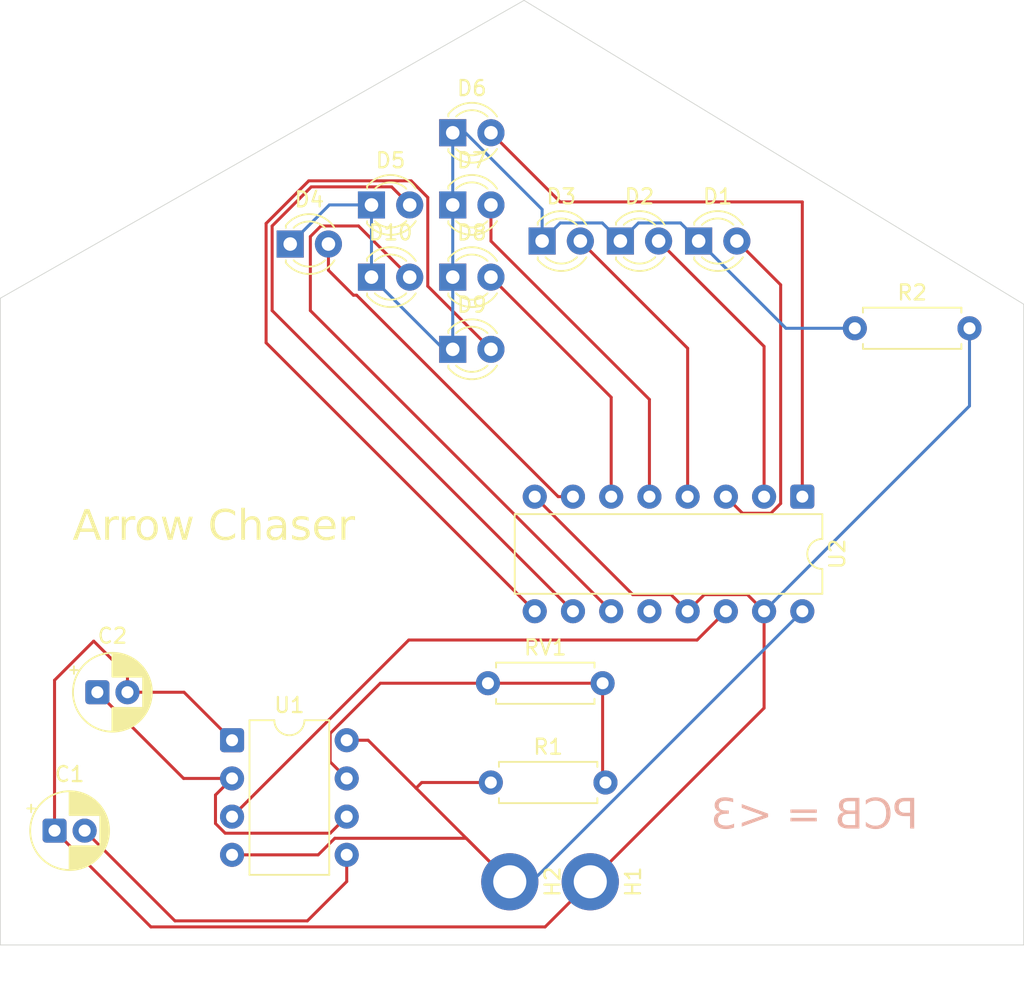
<source format=kicad_pcb>
(kicad_pcb (version 20241229) (generator "pcbnew") (generator_version "9.0")
  (layers (0 "F.Cu" signal) (2 "B.Cu" signal) (13 "F.Paste" user) (15 "B.Paste" user) (5 "F.SilkS" user "F.Silkscreen") (7 "B.SilkS" user "B.Silkscreen") (1 "F.Mask" user) (3 "B.Mask" user) (25 "Edge.Cuts" user))
  (net 0 "")
  (net 1 "GND")
  (net 2 "Net-(U1-CV)")
  (net 3 "TR")
  (net 4 "Net-(D1-A)")
  (net 5 "Net-(D1-K)")
  (net 6 "Net-(D2-A)")
  (net 7 "Net-(D3-A)")
  (net 8 "Net-(D4-A)")
  (net 9 "Net-(D5-A)")
  (net 10 "Net-(D6-A)")
  (net 11 "Net-(D7-A)")
  (net 12 "Net-(D8-A)")
  (net 13 "Net-(D9-A)")
  (net 14 "Net-(D10-A)")
  (net 15 "+5V")
  (net 16 "Net-(U1-DIS)")
  (net 17 "OUT")
  (footprint "LED_THT:LED_D3.0mm" (layer "F.Cu") (at 93.06 115.6)
    (property "Reference" "D6" (at 1.27 -2.96 0) (layer "F.SilkS"))
    (property "Value" "LED")
    (fp_line (start -0.29 -1.236) (end -0.29 -1.08) (stroke (width 0.12)) (layer "F.SilkS"))
    (fp_line (start -0.29 1.08) (end -0.29 1.236) (stroke (width 0.12)) (layer "F.SilkS"))
    (fp_arc (start -0.29 -1.235516) (mid 1.36566 -1.987699) (end 2.941437 -1.08) (stroke (width 0.12)) (layer "F.SilkS"))
    (fp_arc (start 0.229039 -1.08) (mid 1.27 -1.5) (end 2.310961 -1.08) (stroke (width 0.12)) (layer "F.SilkS"))
    (fp_arc (start 2.310961 1.08) (mid 1.27 1.5) (end 0.229039 1.08) (stroke (width 0.12)) (layer "F.SilkS"))
    (fp_arc (start 2.941437 1.08) (mid 1.36566 1.987699) (end -0.29 1.235516) (stroke (width 0.12)) (layer "F.SilkS"))
    (pad "1" thru_hole rect (at 0 0) (size 1.8 1.8) (drill 0.9) (layers "*.Cu" "*.Mask") (net 5 "Net-(D1-K)"))
    (pad "2" thru_hole circle (at 2.54 0) (size 1.8 1.8) (drill 0.9) (layers "*.Cu" "*.Mask") (net 10 "Net-(D6-A)"))
  )
  (footprint "LED_THT:LED_D3.0mm" (layer "F.Cu") (at 99 122.8)
    (property "Reference" "D3" (at 1.27 -2.96 0) (layer "F.SilkS"))
    (property "Value" "LED")
    (fp_line (start -0.29 -1.236) (end -0.29 -1.08) (stroke (width 0.12)) (layer "F.SilkS"))
    (fp_line (start -0.29 1.08) (end -0.29 1.236) (stroke (width 0.12)) (layer "F.SilkS"))
    (fp_arc (start -0.29 -1.235516) (mid 1.36566 -1.987699) (end 2.941437 -1.08) (stroke (width 0.12)) (layer "F.SilkS"))
    (fp_arc (start 0.229039 -1.08) (mid 1.27 -1.5) (end 2.310961 -1.08) (stroke (width 0.12)) (layer "F.SilkS"))
    (fp_arc (start 2.310961 1.08) (mid 1.27 1.5) (end 0.229039 1.08) (stroke (width 0.12)) (layer "F.SilkS"))
    (fp_arc (start 2.941437 1.08) (mid 1.36566 1.987699) (end -0.29 1.235516) (stroke (width 0.12)) (layer "F.SilkS"))
    (pad "1" thru_hole rect (at 0 0) (size 1.8 1.8) (drill 0.9) (layers "*.Cu" "*.Mask") (net 5 "Net-(D1-K)"))
    (pad "2" thru_hole circle (at 2.54 0) (size 1.8 1.8) (drill 0.9) (layers "*.Cu" "*.Mask") (net 7 "Net-(D3-A)"))
  )
  (footprint "LED_THT:LED_D3.0mm" (layer "F.Cu") (at 104.2 122.8)
    (property "Reference" "D2" (at 1.27 -2.96 0) (layer "F.SilkS"))
    (property "Value" "LED")
    (fp_line (start -0.29 -1.236) (end -0.29 -1.08) (stroke (width 0.12)) (layer "F.SilkS"))
    (fp_line (start -0.29 1.08) (end -0.29 1.236) (stroke (width 0.12)) (layer "F.SilkS"))
    (fp_arc (start -0.29 -1.235516) (mid 1.36566 -1.987699) (end 2.941437 -1.08) (stroke (width 0.12)) (layer "F.SilkS"))
    (fp_arc (start 0.229039 -1.08) (mid 1.27 -1.5) (end 2.310961 -1.08) (stroke (width 0.12)) (layer "F.SilkS"))
    (fp_arc (start 2.310961 1.08) (mid 1.27 1.5) (end 0.229039 1.08) (stroke (width 0.12)) (layer "F.SilkS"))
    (fp_arc (start 2.941437 1.08) (mid 1.36566 1.987699) (end -0.29 1.235516) (stroke (width 0.12)) (layer "F.SilkS"))
    (pad "1" thru_hole rect (at 0 0) (size 1.8 1.8) (drill 0.9) (layers "*.Cu" "*.Mask") (net 5 "Net-(D1-K)"))
    (pad "2" thru_hole circle (at 2.54 0) (size 1.8 1.8) (drill 0.9) (layers "*.Cu" "*.Mask") (net 6 "Net-(D2-A)"))
  )
  (footprint "Resistor_THT:R_Axial_DIN0207_L6.3mm_D2.5mm_P7.62mm_Horizontal" (layer "F.Cu") (at 95.4 152.2)
    (property "Reference" "RV1" (at 3.81 -2.37 0) (layer "F.SilkS"))
    (property "Value" "50K")
    (fp_line (start 0.54 -1.37) (end 7.08 -1.37) (stroke (width 0.12)) (layer "F.SilkS"))
    (fp_line (start 0.54 -1.04) (end 0.54 -1.37) (stroke (width 0.12)) (layer "F.SilkS"))
    (fp_line (start 0.54 1.04) (end 0.54 1.37) (stroke (width 0.12)) (layer "F.SilkS"))
    (fp_line (start 0.54 1.37) (end 7.08 1.37) (stroke (width 0.12)) (layer "F.SilkS"))
    (fp_line (start 7.08 -1.37) (end 7.08 -1.04) (stroke (width 0.12)) (layer "F.SilkS"))
    (fp_line (start 7.08 1.37) (end 7.08 1.04) (stroke (width 0.12)) (layer "F.SilkS"))
    (pad "1" thru_hole circle (at 0 0) (size 1.6 1.6) (drill 0.8) (layers "*.Cu" "*.Mask") (net 16 "Net-(U1-DIS)"))
    (pad "2" thru_hole circle (at 7.62 0) (size 1.6 1.6) (drill 0.8) (layers "*.Cu" "*.Mask") (net 16 "Net-(U1-DIS)"))
  )
  (footprint "LED_THT:LED_D3.0mm" (layer "F.Cu") (at 93.06 125.2)
    (property "Reference" "D8" (at 1.27 -2.96 0) (layer "F.SilkS"))
    (property "Value" "LED")
    (fp_line (start -0.29 -1.236) (end -0.29 -1.08) (stroke (width 0.12)) (layer "F.SilkS"))
    (fp_line (start -0.29 1.08) (end -0.29 1.236) (stroke (width 0.12)) (layer "F.SilkS"))
    (fp_arc (start -0.29 -1.235516) (mid 1.36566 -1.987699) (end 2.941437 -1.08) (stroke (width 0.12)) (layer "F.SilkS"))
    (fp_arc (start 0.229039 -1.08) (mid 1.27 -1.5) (end 2.310961 -1.08) (stroke (width 0.12)) (layer "F.SilkS"))
    (fp_arc (start 2.310961 1.08) (mid 1.27 1.5) (end 0.229039 1.08) (stroke (width 0.12)) (layer "F.SilkS"))
    (fp_arc (start 2.941437 1.08) (mid 1.36566 1.987699) (end -0.29 1.235516) (stroke (width 0.12)) (layer "F.SilkS"))
    (pad "1" thru_hole rect (at 0 0) (size 1.8 1.8) (drill 0.9) (layers "*.Cu" "*.Mask") (net 5 "Net-(D1-K)"))
    (pad "2" thru_hole circle (at 2.54 0) (size 1.8 1.8) (drill 0.9) (layers "*.Cu" "*.Mask") (net 12 "Net-(D8-A)"))
  )
  (footprint "LED_THT:LED_D3.0mm" (layer "F.Cu") (at 93.06 130)
    (property "Reference" "D9" (at 1.27 -2.96 0) (layer "F.SilkS"))
    (property "Value" "LED")
    (fp_line (start -0.29 -1.236) (end -0.29 -1.08) (stroke (width 0.12)) (layer "F.SilkS"))
    (fp_line (start -0.29 1.08) (end -0.29 1.236) (stroke (width 0.12)) (layer "F.SilkS"))
    (fp_arc (start -0.29 -1.235516) (mid 1.36566 -1.987699) (end 2.941437 -1.08) (stroke (width 0.12)) (layer "F.SilkS"))
    (fp_arc (start 0.229039 -1.08) (mid 1.27 -1.5) (end 2.310961 -1.08) (stroke (width 0.12)) (layer "F.SilkS"))
    (fp_arc (start 2.310961 1.08) (mid 1.27 1.5) (end 0.229039 1.08) (stroke (width 0.12)) (layer "F.SilkS"))
    (fp_arc (start 2.941437 1.08) (mid 1.36566 1.987699) (end -0.29 1.235516) (stroke (width 0.12)) (layer "F.SilkS"))
    (pad "1" thru_hole rect (at 0 0) (size 1.8 1.8) (drill 0.9) (layers "*.Cu" "*.Mask") (net 5 "Net-(D1-K)"))
    (pad "2" thru_hole circle (at 2.54 0) (size 1.8 1.8) (drill 0.9) (layers "*.Cu" "*.Mask") (net 13 "Net-(D9-A)"))
  )
  (footprint "LED_THT:LED_D3.0mm" (layer "F.Cu") (at 87.66 125.2)
    (property "Reference" "D10" (at 1.27 -2.96 0) (layer "F.SilkS"))
    (property "Value" "LED")
    (fp_line (start -0.29 -1.236) (end -0.29 -1.08) (stroke (width 0.12)) (layer "F.SilkS"))
    (fp_line (start -0.29 1.08) (end -0.29 1.236) (stroke (width 0.12)) (layer "F.SilkS"))
    (fp_arc (start -0.29 -1.235516) (mid 1.36566 -1.987699) (end 2.941437 -1.08) (stroke (width 0.12)) (layer "F.SilkS"))
    (fp_arc (start 0.229039 -1.08) (mid 1.27 -1.5) (end 2.310961 -1.08) (stroke (width 0.12)) (layer "F.SilkS"))
    (fp_arc (start 2.310961 1.08) (mid 1.27 1.5) (end 0.229039 1.08) (stroke (width 0.12)) (layer "F.SilkS"))
    (fp_arc (start 2.941437 1.08) (mid 1.36566 1.987699) (end -0.29 1.235516) (stroke (width 0.12)) (layer "F.SilkS"))
    (pad "1" thru_hole rect (at 0 0) (size 1.8 1.8) (drill 0.9) (layers "*.Cu" "*.Mask") (net 5 "Net-(D1-K)"))
    (pad "2" thru_hole circle (at 2.54 0) (size 1.8 1.8) (drill 0.9) (layers "*.Cu" "*.Mask") (net 14 "Net-(D10-A)"))
  )
  (footprint "Resistor_THT:R_Axial_DIN0207_L6.3mm_D2.5mm_P7.62mm_Horizontal" (layer "F.Cu") (at 95.59 158.8)
    (property "Reference" "R1" (at 3.81 -2.37 0) (layer "F.SilkS"))
    (property "Value" "1K")
    (fp_line (start 0.54 -1.37) (end 7.08 -1.37) (stroke (width 0.12)) (layer "F.SilkS"))
    (fp_line (start 0.54 -1.04) (end 0.54 -1.37) (stroke (width 0.12)) (layer "F.SilkS"))
    (fp_line (start 0.54 1.04) (end 0.54 1.37) (stroke (width 0.12)) (layer "F.SilkS"))
    (fp_line (start 0.54 1.37) (end 7.08 1.37) (stroke (width 0.12)) (layer "F.SilkS"))
    (fp_line (start 7.08 -1.37) (end 7.08 -1.04) (stroke (width 0.12)) (layer "F.SilkS"))
    (fp_line (start 7.08 1.37) (end 7.08 1.04) (stroke (width 0.12)) (layer "F.SilkS"))
    (pad "1" thru_hole circle (at 0 0) (size 1.6 1.6) (drill 0.8) (layers "*.Cu" "*.Mask") (net 15 "+5V"))
    (pad "2" thru_hole circle (at 7.62 0) (size 1.6 1.6) (drill 0.8) (layers "*.Cu" "*.Mask") (net 16 "Net-(U1-DIS)"))
  )
  (footprint "LED_THT:LED_D3.0mm" (layer "F.Cu") (at 109.4 122.8)
    (property "Reference" "D1" (at 1.27 -2.96 0) (layer "F.SilkS"))
    (property "Value" "LED")
    (fp_line (start -0.29 -1.236) (end -0.29 -1.08) (stroke (width 0.12)) (layer "F.SilkS"))
    (fp_line (start -0.29 1.08) (end -0.29 1.236) (stroke (width 0.12)) (layer "F.SilkS"))
    (fp_arc (start -0.29 -1.235516) (mid 1.36566 -1.987699) (end 2.941437 -1.08) (stroke (width 0.12)) (layer "F.SilkS"))
    (fp_arc (start 0.229039 -1.08) (mid 1.27 -1.5) (end 2.310961 -1.08) (stroke (width 0.12)) (layer "F.SilkS"))
    (fp_arc (start 2.310961 1.08) (mid 1.27 1.5) (end 0.229039 1.08) (stroke (width 0.12)) (layer "F.SilkS"))
    (fp_arc (start 2.941437 1.08) (mid 1.36566 1.987699) (end -0.29 1.235516) (stroke (width 0.12)) (layer "F.SilkS"))
    (pad "1" thru_hole rect (at 0 0) (size 1.8 1.8) (drill 0.9) (layers "*.Cu" "*.Mask") (net 5 "Net-(D1-K)"))
    (pad "2" thru_hole circle (at 2.54 0) (size 1.8 1.8) (drill 0.9) (layers "*.Cu" "*.Mask") (net 4 "Net-(D1-A)"))
  )
  (footprint "LED_THT:LED_D3.0mm" (layer "F.Cu") (at 87.66 120.4)
    (property "Reference" "D5" (at 1.27 -2.96 0) (layer "F.SilkS"))
    (property "Value" "LED")
    (fp_line (start -0.29 -1.236) (end -0.29 -1.08) (stroke (width 0.12)) (layer "F.SilkS"))
    (fp_line (start -0.29 1.08) (end -0.29 1.236) (stroke (width 0.12)) (layer "F.SilkS"))
    (fp_arc (start -0.29 -1.235516) (mid 1.36566 -1.987699) (end 2.941437 -1.08) (stroke (width 0.12)) (layer "F.SilkS"))
    (fp_arc (start 0.229039 -1.08) (mid 1.27 -1.5) (end 2.310961 -1.08) (stroke (width 0.12)) (layer "F.SilkS"))
    (fp_arc (start 2.310961 1.08) (mid 1.27 1.5) (end 0.229039 1.08) (stroke (width 0.12)) (layer "F.SilkS"))
    (fp_arc (start 2.941437 1.08) (mid 1.36566 1.987699) (end -0.29 1.235516) (stroke (width 0.12)) (layer "F.SilkS"))
    (pad "1" thru_hole rect (at 0 0) (size 1.8 1.8) (drill 0.9) (layers "*.Cu" "*.Mask") (net 5 "Net-(D1-K)"))
    (pad "2" thru_hole circle (at 2.54 0) (size 1.8 1.8) (drill 0.9) (layers "*.Cu" "*.Mask") (net 9 "Net-(D5-A)"))
  )
  (footprint "LED_THT:LED_D3.0mm" (layer "F.Cu") (at 82.26 123)
    (property "Reference" "D4" (at 1.27 -2.96 0) (layer "F.SilkS"))
    (property "Value" "LED")
    (fp_line (start -0.29 -1.236) (end -0.29 -1.08) (stroke (width 0.12)) (layer "F.SilkS"))
    (fp_line (start -0.29 1.08) (end -0.29 1.236) (stroke (width 0.12)) (layer "F.SilkS"))
    (fp_arc (start -0.29 -1.235516) (mid 1.36566 -1.987699) (end 2.941437 -1.08) (stroke (width 0.12)) (layer "F.SilkS"))
    (fp_arc (start 0.229039 -1.08) (mid 1.27 -1.5) (end 2.310961 -1.08) (stroke (width 0.12)) (layer "F.SilkS"))
    (fp_arc (start 2.310961 1.08) (mid 1.27 1.5) (end 0.229039 1.08) (stroke (width 0.12)) (layer "F.SilkS"))
    (fp_arc (start 2.941437 1.08) (mid 1.36566 1.987699) (end -0.29 1.235516) (stroke (width 0.12)) (layer "F.SilkS"))
    (pad "1" thru_hole rect (at 0 0) (size 1.8 1.8) (drill 0.9) (layers "*.Cu" "*.Mask") (net 5 "Net-(D1-K)"))
    (pad "2" thru_hole circle (at 2.54 0) (size 1.8 1.8) (drill 0.9) (layers "*.Cu" "*.Mask") (net 8 "Net-(D4-A)"))
  )
  (footprint "Resistor_THT:R_Axial_DIN0207_L6.3mm_D2.5mm_P7.62mm_Horizontal" (layer "F.Cu") (at 119.78 128.6)
    (property "Reference" "R2" (at 3.81 -2.37 0) (layer "F.SilkS"))
    (property "Value" "470")
    (fp_line (start 0.54 -1.37) (end 7.08 -1.37) (stroke (width 0.12)) (layer "F.SilkS"))
    (fp_line (start 0.54 -1.04) (end 0.54 -1.37) (stroke (width 0.12)) (layer "F.SilkS"))
    (fp_line (start 0.54 1.04) (end 0.54 1.37) (stroke (width 0.12)) (layer "F.SilkS"))
    (fp_line (start 0.54 1.37) (end 7.08 1.37) (stroke (width 0.12)) (layer "F.SilkS"))
    (fp_line (start 7.08 -1.37) (end 7.08 -1.04) (stroke (width 0.12)) (layer "F.SilkS"))
    (fp_line (start 7.08 1.37) (end 7.08 1.04) (stroke (width 0.12)) (layer "F.SilkS"))
    (pad "1" thru_hole circle (at 0 0) (size 1.6 1.6) (drill 0.8) (layers "*.Cu" "*.Mask") (net 5 "Net-(D1-K)"))
    (pad "2" thru_hole circle (at 7.62 0) (size 1.6 1.6) (drill 0.8) (layers "*.Cu" "*.Mask") (net 1 "GND"))
  )
  (footprint "Capacitor_THT:CP_Radial_D5.0mm_P2.00mm" (layer "F.Cu") (at 69.444888 152.8)
    (property "Reference" "C2" (at 1 -3.75 0) (layer "F.SilkS"))
    (property "Value" "1uF")
    (fp_line (start -1.804775 -1.475) (end -1.304775 -1.475) (stroke (width 0.12)) (layer "F.SilkS"))
    (fp_line (start -1.554775 -1.725) (end -1.554775 -1.225) (stroke (width 0.12)) (layer "F.SilkS"))
    (fp_line (start 1 -2.58) (end 1 -1.04) (stroke (width 0.12)) (layer "F.SilkS"))
    (fp_line (start 1 1.04) (end 1 2.58) (stroke (width 0.12)) (layer "F.SilkS"))
    (fp_line (start 1.04 -2.58) (end 1.04 -1.04) (stroke (width 0.12)) (layer "F.SilkS"))
    (fp_line (start 1.04 1.04) (end 1.04 2.58) (stroke (width 0.12)) (layer "F.SilkS"))
    (fp_line (start 1.08 -2.579) (end 1.08 -1.04) (stroke (width 0.12)) (layer "F.SilkS"))
    (fp_line (start 1.08 1.04) (end 1.08 2.579) (stroke (width 0.12)) (layer "F.SilkS"))
    (fp_line (start 1.12 -2.577) (end 1.12 -1.04) (stroke (width 0.12)) (layer "F.SilkS"))
    (fp_line (start 1.12 1.04) (end 1.12 2.577) (stroke (width 0.12)) (layer "F.SilkS"))
    (fp_line (start 1.16 -2.575) (end 1.16 -1.04) (stroke (width 0.12)) (layer "F.SilkS"))
    (fp_line (start 1.16 1.04) (end 1.16 2.575) (stroke (width 0.12)) (layer "F.SilkS"))
    (fp_line (start 1.2 -2.572) (end 1.2 -1.04) (stroke (width 0.12)) (layer "F.SilkS"))
    (fp_line (start 1.2 1.04) (end 1.2 2.572) (stroke (width 0.12)) (layer "F.SilkS"))
    (fp_line (start 1.24 -2.569) (end 1.24 -1.04) (stroke (width 0.12)) (layer "F.SilkS"))
    (fp_line (start 1.24 1.04) (end 1.24 2.569) (stroke (width 0.12)) (layer "F.SilkS"))
    (fp_line (start 1.28 -2.565) (end 1.28 -1.04) (stroke (width 0.12)) (layer "F.SilkS"))
    (fp_line (start 1.28 1.04) (end 1.28 2.565) (stroke (width 0.12)) (layer "F.SilkS"))
    (fp_line (start 1.32 -2.56) (end 1.32 -1.04) (stroke (width 0.12)) (layer "F.SilkS"))
    (fp_line (start 1.32 1.04) (end 1.32 2.56) (stroke (width 0.12)) (layer "F.SilkS"))
    (fp_line (start 1.36 -2.555) (end 1.36 -1.04) (stroke (width 0.12)) (layer "F.SilkS"))
    (fp_line (start 1.36 1.04) (end 1.36 2.555) (stroke (width 0.12)) (layer "F.SilkS"))
    (fp_line (start 1.4 -2.549) (end 1.4 -1.04) (stroke (width 0.12)) (layer "F.SilkS"))
    (fp_line (start 1.4 1.04) (end 1.4 2.549) (stroke (width 0.12)) (layer "F.SilkS"))
    (fp_line (start 1.44 -2.543) (end 1.44 -1.04) (stroke (width 0.12)) (layer "F.SilkS"))
    (fp_line (start 1.44 1.04) (end 1.44 2.543) (stroke (width 0.12)) (layer "F.SilkS"))
    (fp_line (start 1.48 -2.536) (end 1.48 -1.04) (stroke (width 0.12)) (layer "F.SilkS"))
    (fp_line (start 1.48 1.04) (end 1.48 2.536) (stroke (width 0.12)) (layer "F.SilkS"))
    (fp_line (start 1.52 -2.528) (end 1.52 -1.04) (stroke (width 0.12)) (layer "F.SilkS"))
    (fp_line (start 1.52 1.04) (end 1.52 2.528) (stroke (width 0.12)) (layer "F.SilkS"))
    (fp_line (start 1.56 -2.519) (end 1.56 -1.04) (stroke (width 0.12)) (layer "F.SilkS"))
    (fp_line (start 1.56 1.04) (end 1.56 2.519) (stroke (width 0.12)) (layer "F.SilkS"))
    (fp_line (start 1.6 -2.51) (end 1.6 -1.04) (stroke (width 0.12)) (layer "F.SilkS"))
    (fp_line (start 1.6 1.04) (end 1.6 2.51) (stroke (width 0.12)) (layer "F.SilkS"))
    (fp_line (start 1.64 -2.501) (end 1.64 -1.04) (stroke (width 0.12)) (layer "F.SilkS"))
    (fp_line (start 1.64 1.04) (end 1.64 2.501) (stroke (width 0.12)) (layer "F.SilkS"))
    (fp_line (start 1.68 -2.49) (end 1.68 -1.04) (stroke (width 0.12)) (layer "F.SilkS"))
    (fp_line (start 1.68 1.04) (end 1.68 2.49) (stroke (width 0.12)) (layer "F.SilkS"))
    (fp_line (start 1.72 -2.479) (end 1.72 -1.04) (stroke (width 0.12)) (layer "F.SilkS"))
    (fp_line (start 1.72 1.04) (end 1.72 2.479) (stroke (width 0.12)) (layer "F.SilkS"))
    (fp_line (start 1.76 -2.467) (end 1.76 -1.04) (stroke (width 0.12)) (layer "F.SilkS"))
    (fp_line (start 1.76 1.04) (end 1.76 2.467) (stroke (width 0.12)) (layer "F.SilkS"))
    (fp_line (start 1.8 -2.455) (end 1.8 -1.04) (stroke (width 0.12)) (layer "F.SilkS"))
    (fp_line (start 1.8 1.04) (end 1.8 2.455) (stroke (width 0.12)) (layer "F.SilkS"))
    (fp_line (start 1.84 -2.442) (end 1.84 -1.04) (stroke (width 0.12)) (layer "F.SilkS"))
    (fp_line (start 1.84 1.04) (end 1.84 2.442) (stroke (width 0.12)) (layer "F.SilkS"))
    (fp_line (start 1.88 -2.428) (end 1.88 -1.04) (stroke (width 0.12)) (layer "F.SilkS"))
    (fp_line (start 1.88 1.04) (end 1.88 2.428) (stroke (width 0.12)) (layer "F.SilkS"))
    (fp_line (start 1.92 -2.413) (end 1.92 -1.04) (stroke (width 0.12)) (layer "F.SilkS"))
    (fp_line (start 1.92 1.04) (end 1.92 2.413) (stroke (width 0.12)) (layer "F.SilkS"))
    (fp_line (start 1.96 -2.398) (end 1.96 -1.04) (stroke (width 0.12)) (layer "F.SilkS"))
    (fp_line (start 1.96 1.04) (end 1.96 2.398) (stroke (width 0.12)) (layer "F.SilkS"))
    (fp_line (start 2 -2.382) (end 2 -1.04) (stroke (width 0.12)) (layer "F.SilkS"))
    (fp_line (start 2 1.04) (end 2 2.382) (stroke (width 0.12)) (layer "F.SilkS"))
    (fp_line (start 2.04 -2.365) (end 2.04 -1.04) (stroke (width 0.12)) (layer "F.SilkS"))
    (fp_line (start 2.04 1.04) (end 2.04 2.365) (stroke (width 0.12)) (layer "F.SilkS"))
    (fp_line (start 2.08 -2.347) (end 2.08 -1.04) (stroke (width 0.12)) (layer "F.SilkS"))
    (fp_line (start 2.08 1.04) (end 2.08 2.347) (stroke (width 0.12)) (layer "F.SilkS"))
    (fp_line (start 2.12 -2.329) (end 2.12 -1.04) (stroke (width 0.12)) (layer "F.SilkS"))
    (fp_line (start 2.12 1.04) (end 2.12 2.329) (stroke (width 0.12)) (layer "F.SilkS"))
    (fp_line (start 2.16 -2.309) (end 2.16 -1.04) (stroke (width 0.12)) (layer "F.SilkS"))
    (fp_line (start 2.16 1.04) (end 2.16 2.309) (stroke (width 0.12)) (layer "F.SilkS"))
    (fp_line (start 2.2 -2.289) (end 2.2 -1.04) (stroke (width 0.12)) (layer "F.SilkS"))
    (fp_line (start 2.2 1.04) (end 2.2 2.289) (stroke (width 0.12)) (layer "F.SilkS"))
    (fp_line (start 2.24 -2.268) (end 2.24 -1.04) (stroke (width 0.12)) (layer "F.SilkS"))
    (fp_line (start 2.24 1.04) (end 2.24 2.268) (stroke (width 0.12)) (layer "F.SilkS"))
    (fp_line (start 2.28 -2.246) (end 2.28 -1.04) (stroke (width 0.12)) (layer "F.SilkS"))
    (fp_line (start 2.28 1.04) (end 2.28 2.246) (stroke (width 0.12)) (layer "F.SilkS"))
    (fp_line (start 2.32 -2.223) (end 2.32 -1.04) (stroke (width 0.12)) (layer "F.SilkS"))
    (fp_line (start 2.32 1.04) (end 2.32 2.223) (stroke (width 0.12)) (layer "F.SilkS"))
    (fp_line (start 2.36 -2.199) (end 2.36 -1.04) (stroke (width 0.12)) (layer "F.SilkS"))
    (fp_line (start 2.36 1.04) (end 2.36 2.199) (stroke (width 0.12)) (layer "F.SilkS"))
    (fp_line (start 2.4 -2.175) (end 2.4 -1.04) (stroke (width 0.12)) (layer "F.SilkS"))
    (fp_line (start 2.4 1.04) (end 2.4 2.175) (stroke (width 0.12)) (layer "F.SilkS"))
    (fp_line (start 2.44 -2.149) (end 2.44 -1.04) (stroke (width 0.12)) (layer "F.SilkS"))
    (fp_line (start 2.44 1.04) (end 2.44 2.149) (stroke (width 0.12)) (layer "F.SilkS"))
    (fp_line (start 2.48 -2.122) (end 2.48 -1.04) (stroke (width 0.12)) (layer "F.SilkS"))
    (fp_line (start 2.48 1.04) (end 2.48 2.122) (stroke (width 0.12)) (layer "F.SilkS"))
    (fp_line (start 2.52 -2.094) (end 2.52 -1.04) (stroke (width 0.12)) (layer "F.SilkS"))
    (fp_line (start 2.52 1.04) (end 2.52 2.094) (stroke (width 0.12)) (layer "F.SilkS"))
    (fp_line (start 2.56 -2.065) (end 2.56 -1.04) (stroke (width 0.12)) (layer "F.SilkS"))
    (fp_line (start 2.56 1.04) (end 2.56 2.065) (stroke (width 0.12)) (layer "F.SilkS"))
    (fp_line (start 2.6 -2.035) (end 2.6 -1.04) (stroke (width 0.12)) (layer "F.SilkS"))
    (fp_line (start 2.6 1.04) (end 2.6 2.035) (stroke (width 0.12)) (layer "F.SilkS"))
    (fp_line (start 2.64 -2.003) (end 2.64 -1.04) (stroke (width 0.12)) (layer "F.SilkS"))
    (fp_line (start 2.64 1.04) (end 2.64 2.003) (stroke (width 0.12)) (layer "F.SilkS"))
    (fp_line (start 2.68 -1.97) (end 2.68 -1.04) (stroke (width 0.12)) (layer "F.SilkS"))
    (fp_line (start 2.68 1.04) (end 2.68 1.97) (stroke (width 0.12)) (layer "F.SilkS"))
    (fp_line (start 2.72 -1.936) (end 2.72 -1.04) (stroke (width 0.12)) (layer "F.SilkS"))
    (fp_line (start 2.72 1.04) (end 2.72 1.936) (stroke (width 0.12)) (layer "F.SilkS"))
    (fp_line (start 2.76 -1.901) (end 2.76 -1.04) (stroke (width 0.12)) (layer "F.SilkS"))
    (fp_line (start 2.76 1.04) (end 2.76 1.901) (stroke (width 0.12)) (layer "F.SilkS"))
    (fp_line (start 2.8 -1.864) (end 2.8 -1.04) (stroke (width 0.12)) (layer "F.SilkS"))
    (fp_line (start 2.8 1.04) (end 2.8 1.864) (stroke (width 0.12)) (layer "F.SilkS"))
    (fp_line (start 2.84 -1.825) (end 2.84 -1.04) (stroke (width 0.12)) (layer "F.SilkS"))
    (fp_line (start 2.84 1.04) (end 2.84 1.825) (stroke (width 0.12)) (layer "F.SilkS"))
    (fp_line (start 2.88 -1.785) (end 2.88 -1.04) (stroke (width 0.12)) (layer "F.SilkS"))
    (fp_line (start 2.88 1.04) (end 2.88 1.785) (stroke (width 0.12)) (layer "F.SilkS"))
    (fp_line (start 2.92 -1.743) (end 2.92 -1.04) (stroke (width 0.12)) (layer "F.SilkS"))
    (fp_line (start 2.92 1.04) (end 2.92 1.743) (stroke (width 0.12)) (layer "F.SilkS"))
    (fp_line (start 2.96 -1.699) (end 2.96 -1.04) (stroke (width 0.12)) (layer "F.SilkS"))
    (fp_line (start 2.96 1.04) (end 2.96 1.699) (stroke (width 0.12)) (layer "F.SilkS"))
    (fp_line (start 3 -1.652) (end 3 -1.04) (stroke (width 0.12)) (layer "F.SilkS"))
    (fp_line (start 3 1.04) (end 3 1.652) (stroke (width 0.12)) (layer "F.SilkS"))
    (fp_line (start 3.04 -1.604) (end 3.04 1.604) (stroke (width 0.12)) (layer "F.SilkS"))
    (fp_line (start 3.08 -1.553) (end 3.08 1.553) (stroke (width 0.12)) (layer "F.SilkS"))
    (fp_line (start 3.12 -1.499) (end 3.12 1.499) (stroke (width 0.12)) (layer "F.SilkS"))
    (fp_line (start 3.16 -1.443) (end 3.16 1.443) (stroke (width 0.12)) (layer "F.SilkS"))
    (fp_line (start 3.2 -1.383) (end 3.2 1.383) (stroke (width 0.12)) (layer "F.SilkS"))
    (fp_line (start 3.24 -1.319) (end 3.24 1.319) (stroke (width 0.12)) (layer "F.SilkS"))
    (fp_line (start 3.28 -1.251) (end 3.28 1.251) (stroke (width 0.12)) (layer "F.SilkS"))
    (fp_line (start 3.32 -1.177) (end 3.32 1.177) (stroke (width 0.12)) (layer "F.SilkS"))
    (fp_line (start 3.36 -1.098) (end 3.36 1.098) (stroke (width 0.12)) (layer "F.SilkS"))
    (fp_line (start 3.4 -1.011) (end 3.4 1.011) (stroke (width 0.12)) (layer "F.SilkS"))
    (fp_line (start 3.44 -0.914) (end 3.44 0.914) (stroke (width 0.12)) (layer "F.SilkS"))
    (fp_line (start 3.48 -0.805) (end 3.48 0.805) (stroke (width 0.12)) (layer "F.SilkS"))
    (fp_line (start 3.52 -0.677) (end 3.52 0.677) (stroke (width 0.12)) (layer "F.SilkS"))
    (fp_line (start 3.56 -0.517) (end 3.56 0.517) (stroke (width 0.12)) (layer "F.SilkS"))
    (fp_line (start 3.6 -0.283) (end 3.6 0.283) (stroke (width 0.12)) (layer "F.SilkS"))
    (fp_circle (center 1 0) (end 3.62 0) (stroke (width 0.12)) (fill no) (layer "F.SilkS"))
    (pad "1" thru_hole roundrect (at 0 0) (size 1.6 1.6) (drill 0.8) (layers "*.Cu" "*.Mask") (roundrect_rratio 0.15625) (net 3 "TR"))
    (pad "2" thru_hole circle (at 2 0) (size 1.6 1.6) (drill 0.8) (layers "*.Cu" "*.Mask") (net 1 "GND"))
  )
  (footprint "Capacitor_THT:CP_Radial_D5.0mm_P2.00mm" (layer "F.Cu") (at 66.6 162)
    (property "Reference" "C1" (at 1 -3.75 0) (layer "F.SilkS"))
    (property "Value" "0.01uf")
    (fp_line (start -1.804775 -1.475) (end -1.304775 -1.475) (stroke (width 0.12)) (layer "F.SilkS"))
    (fp_line (start -1.554775 -1.725) (end -1.554775 -1.225) (stroke (width 0.12)) (layer "F.SilkS"))
    (fp_line (start 1 -2.58) (end 1 -1.04) (stroke (width 0.12)) (layer "F.SilkS"))
    (fp_line (start 1 1.04) (end 1 2.58) (stroke (width 0.12)) (layer "F.SilkS"))
    (fp_line (start 1.04 -2.58) (end 1.04 -1.04) (stroke (width 0.12)) (layer "F.SilkS"))
    (fp_line (start 1.04 1.04) (end 1.04 2.58) (stroke (width 0.12)) (layer "F.SilkS"))
    (fp_line (start 1.08 -2.579) (end 1.08 -1.04) (stroke (width 0.12)) (layer "F.SilkS"))
    (fp_line (start 1.08 1.04) (end 1.08 2.579) (stroke (width 0.12)) (layer "F.SilkS"))
    (fp_line (start 1.12 -2.577) (end 1.12 -1.04) (stroke (width 0.12)) (layer "F.SilkS"))
    (fp_line (start 1.12 1.04) (end 1.12 2.577) (stroke (width 0.12)) (layer "F.SilkS"))
    (fp_line (start 1.16 -2.575) (end 1.16 -1.04) (stroke (width 0.12)) (layer "F.SilkS"))
    (fp_line (start 1.16 1.04) (end 1.16 2.575) (stroke (width 0.12)) (layer "F.SilkS"))
    (fp_line (start 1.2 -2.572) (end 1.2 -1.04) (stroke (width 0.12)) (layer "F.SilkS"))
    (fp_line (start 1.2 1.04) (end 1.2 2.572) (stroke (width 0.12)) (layer "F.SilkS"))
    (fp_line (start 1.24 -2.569) (end 1.24 -1.04) (stroke (width 0.12)) (layer "F.SilkS"))
    (fp_line (start 1.24 1.04) (end 1.24 2.569) (stroke (width 0.12)) (layer "F.SilkS"))
    (fp_line (start 1.28 -2.565) (end 1.28 -1.04) (stroke (width 0.12)) (layer "F.SilkS"))
    (fp_line (start 1.28 1.04) (end 1.28 2.565) (stroke (width 0.12)) (layer "F.SilkS"))
    (fp_line (start 1.32 -2.56) (end 1.32 -1.04) (stroke (width 0.12)) (layer "F.SilkS"))
    (fp_line (start 1.32 1.04) (end 1.32 2.56) (stroke (width 0.12)) (layer "F.SilkS"))
    (fp_line (start 1.36 -2.555) (end 1.36 -1.04) (stroke (width 0.12)) (layer "F.SilkS"))
    (fp_line (start 1.36 1.04) (end 1.36 2.555) (stroke (width 0.12)) (layer "F.SilkS"))
    (fp_line (start 1.4 -2.549) (end 1.4 -1.04) (stroke (width 0.12)) (layer "F.SilkS"))
    (fp_line (start 1.4 1.04) (end 1.4 2.549) (stroke (width 0.12)) (layer "F.SilkS"))
    (fp_line (start 1.44 -2.543) (end 1.44 -1.04) (stroke (width 0.12)) (layer "F.SilkS"))
    (fp_line (start 1.44 1.04) (end 1.44 2.543) (stroke (width 0.12)) (layer "F.SilkS"))
    (fp_line (start 1.48 -2.536) (end 1.48 -1.04) (stroke (width 0.12)) (layer "F.SilkS"))
    (fp_line (start 1.48 1.04) (end 1.48 2.536) (stroke (width 0.12)) (layer "F.SilkS"))
    (fp_line (start 1.52 -2.528) (end 1.52 -1.04) (stroke (width 0.12)) (layer "F.SilkS"))
    (fp_line (start 1.52 1.04) (end 1.52 2.528) (stroke (width 0.12)) (layer "F.SilkS"))
    (fp_line (start 1.56 -2.519) (end 1.56 -1.04) (stroke (width 0.12)) (layer "F.SilkS"))
    (fp_line (start 1.56 1.04) (end 1.56 2.519) (stroke (width 0.12)) (layer "F.SilkS"))
    (fp_line (start 1.6 -2.51) (end 1.6 -1.04) (stroke (width 0.12)) (layer "F.SilkS"))
    (fp_line (start 1.6 1.04) (end 1.6 2.51) (stroke (width 0.12)) (layer "F.SilkS"))
    (fp_line (start 1.64 -2.501) (end 1.64 -1.04) (stroke (width 0.12)) (layer "F.SilkS"))
    (fp_line (start 1.64 1.04) (end 1.64 2.501) (stroke (width 0.12)) (layer "F.SilkS"))
    (fp_line (start 1.68 -2.49) (end 1.68 -1.04) (stroke (width 0.12)) (layer "F.SilkS"))
    (fp_line (start 1.68 1.04) (end 1.68 2.49) (stroke (width 0.12)) (layer "F.SilkS"))
    (fp_line (start 1.72 -2.479) (end 1.72 -1.04) (stroke (width 0.12)) (layer "F.SilkS"))
    (fp_line (start 1.72 1.04) (end 1.72 2.479) (stroke (width 0.12)) (layer "F.SilkS"))
    (fp_line (start 1.76 -2.467) (end 1.76 -1.04) (stroke (width 0.12)) (layer "F.SilkS"))
    (fp_line (start 1.76 1.04) (end 1.76 2.467) (stroke (width 0.12)) (layer "F.SilkS"))
    (fp_line (start 1.8 -2.455) (end 1.8 -1.04) (stroke (width 0.12)) (layer "F.SilkS"))
    (fp_line (start 1.8 1.04) (end 1.8 2.455) (stroke (width 0.12)) (layer "F.SilkS"))
    (fp_line (start 1.84 -2.442) (end 1.84 -1.04) (stroke (width 0.12)) (layer "F.SilkS"))
    (fp_line (start 1.84 1.04) (end 1.84 2.442) (stroke (width 0.12)) (layer "F.SilkS"))
    (fp_line (start 1.88 -2.428) (end 1.88 -1.04) (stroke (width 0.12)) (layer "F.SilkS"))
    (fp_line (start 1.88 1.04) (end 1.88 2.428) (stroke (width 0.12)) (layer "F.SilkS"))
    (fp_line (start 1.92 -2.413) (end 1.92 -1.04) (stroke (width 0.12)) (layer "F.SilkS"))
    (fp_line (start 1.92 1.04) (end 1.92 2.413) (stroke (width 0.12)) (layer "F.SilkS"))
    (fp_line (start 1.96 -2.398) (end 1.96 -1.04) (stroke (width 0.12)) (layer "F.SilkS"))
    (fp_line (start 1.96 1.04) (end 1.96 2.398) (stroke (width 0.12)) (layer "F.SilkS"))
    (fp_line (start 2 -2.382) (end 2 -1.04) (stroke (width 0.12)) (layer "F.SilkS"))
    (fp_line (start 2 1.04) (end 2 2.382) (stroke (width 0.12)) (layer "F.SilkS"))
    (fp_line (start 2.04 -2.365) (end 2.04 -1.04) (stroke (width 0.12)) (layer "F.SilkS"))
    (fp_line (start 2.04 1.04) (end 2.04 2.365) (stroke (width 0.12)) (layer "F.SilkS"))
    (fp_line (start 2.08 -2.347) (end 2.08 -1.04) (stroke (width 0.12)) (layer "F.SilkS"))
    (fp_line (start 2.08 1.04) (end 2.08 2.347) (stroke (width 0.12)) (layer "F.SilkS"))
    (fp_line (start 2.12 -2.329) (end 2.12 -1.04) (stroke (width 0.12)) (layer "F.SilkS"))
    (fp_line (start 2.12 1.04) (end 2.12 2.329) (stroke (width 0.12)) (layer "F.SilkS"))
    (fp_line (start 2.16 -2.309) (end 2.16 -1.04) (stroke (width 0.12)) (layer "F.SilkS"))
    (fp_line (start 2.16 1.04) (end 2.16 2.309) (stroke (width 0.12)) (layer "F.SilkS"))
    (fp_line (start 2.2 -2.289) (end 2.2 -1.04) (stroke (width 0.12)) (layer "F.SilkS"))
    (fp_line (start 2.2 1.04) (end 2.2 2.289) (stroke (width 0.12)) (layer "F.SilkS"))
    (fp_line (start 2.24 -2.268) (end 2.24 -1.04) (stroke (width 0.12)) (layer "F.SilkS"))
    (fp_line (start 2.24 1.04) (end 2.24 2.268) (stroke (width 0.12)) (layer "F.SilkS"))
    (fp_line (start 2.28 -2.246) (end 2.28 -1.04) (stroke (width 0.12)) (layer "F.SilkS"))
    (fp_line (start 2.28 1.04) (end 2.28 2.246) (stroke (width 0.12)) (layer "F.SilkS"))
    (fp_line (start 2.32 -2.223) (end 2.32 -1.04) (stroke (width 0.12)) (layer "F.SilkS"))
    (fp_line (start 2.32 1.04) (end 2.32 2.223) (stroke (width 0.12)) (layer "F.SilkS"))
    (fp_line (start 2.36 -2.199) (end 2.36 -1.04) (stroke (width 0.12)) (layer "F.SilkS"))
    (fp_line (start 2.36 1.04) (end 2.36 2.199) (stroke (width 0.12)) (layer "F.SilkS"))
    (fp_line (start 2.4 -2.175) (end 2.4 -1.04) (stroke (width 0.12)) (layer "F.SilkS"))
    (fp_line (start 2.4 1.04) (end 2.4 2.175) (stroke (width 0.12)) (layer "F.SilkS"))
    (fp_line (start 2.44 -2.149) (end 2.44 -1.04) (stroke (width 0.12)) (layer "F.SilkS"))
    (fp_line (start 2.44 1.04) (end 2.44 2.149) (stroke (width 0.12)) (layer "F.SilkS"))
    (fp_line (start 2.48 -2.122) (end 2.48 -1.04) (stroke (width 0.12)) (layer "F.SilkS"))
    (fp_line (start 2.48 1.04) (end 2.48 2.122) (stroke (width 0.12)) (layer "F.SilkS"))
    (fp_line (start 2.52 -2.094) (end 2.52 -1.04) (stroke (width 0.12)) (layer "F.SilkS"))
    (fp_line (start 2.52 1.04) (end 2.52 2.094) (stroke (width 0.12)) (layer "F.SilkS"))
    (fp_line (start 2.56 -2.065) (end 2.56 -1.04) (stroke (width 0.12)) (layer "F.SilkS"))
    (fp_line (start 2.56 1.04) (end 2.56 2.065) (stroke (width 0.12)) (layer "F.SilkS"))
    (fp_line (start 2.6 -2.035) (end 2.6 -1.04) (stroke (width 0.12)) (layer "F.SilkS"))
    (fp_line (start 2.6 1.04) (end 2.6 2.035) (stroke (width 0.12)) (layer "F.SilkS"))
    (fp_line (start 2.64 -2.003) (end 2.64 -1.04) (stroke (width 0.12)) (layer "F.SilkS"))
    (fp_line (start 2.64 1.04) (end 2.64 2.003) (stroke (width 0.12)) (layer "F.SilkS"))
    (fp_line (start 2.68 -1.97) (end 2.68 -1.04) (stroke (width 0.12)) (layer "F.SilkS"))
    (fp_line (start 2.68 1.04) (end 2.68 1.97) (stroke (width 0.12)) (layer "F.SilkS"))
    (fp_line (start 2.72 -1.936) (end 2.72 -1.04) (stroke (width 0.12)) (layer "F.SilkS"))
    (fp_line (start 2.72 1.04) (end 2.72 1.936) (stroke (width 0.12)) (layer "F.SilkS"))
    (fp_line (start 2.76 -1.901) (end 2.76 -1.04) (stroke (width 0.12)) (layer "F.SilkS"))
    (fp_line (start 2.76 1.04) (end 2.76 1.901) (stroke (width 0.12)) (layer "F.SilkS"))
    (fp_line (start 2.8 -1.864) (end 2.8 -1.04) (stroke (width 0.12)) (layer "F.SilkS"))
    (fp_line (start 2.8 1.04) (end 2.8 1.864) (stroke (width 0.12)) (layer "F.SilkS"))
    (fp_line (start 2.84 -1.825) (end 2.84 -1.04) (stroke (width 0.12)) (layer "F.SilkS"))
    (fp_line (start 2.84 1.04) (end 2.84 1.825) (stroke (width 0.12)) (layer "F.SilkS"))
    (fp_line (start 2.88 -1.785) (end 2.88 -1.04) (stroke (width 0.12)) (layer "F.SilkS"))
    (fp_line (start 2.88 1.04) (end 2.88 1.785) (stroke (width 0.12)) (layer "F.SilkS"))
    (fp_line (start 2.92 -1.743) (end 2.92 -1.04) (stroke (width 0.12)) (layer "F.SilkS"))
    (fp_line (start 2.92 1.04) (end 2.92 1.743) (stroke (width 0.12)) (layer "F.SilkS"))
    (fp_line (start 2.96 -1.699) (end 2.96 -1.04) (stroke (width 0.12)) (layer "F.SilkS"))
    (fp_line (start 2.96 1.04) (end 2.96 1.699) (stroke (width 0.12)) (layer "F.SilkS"))
    (fp_line (start 3 -1.652) (end 3 -1.04) (stroke (width 0.12)) (layer "F.SilkS"))
    (fp_line (start 3 1.04) (end 3 1.652) (stroke (width 0.12)) (layer "F.SilkS"))
    (fp_line (start 3.04 -1.604) (end 3.04 1.604) (stroke (width 0.12)) (layer "F.SilkS"))
    (fp_line (start 3.08 -1.553) (end 3.08 1.553) (stroke (width 0.12)) (layer "F.SilkS"))
    (fp_line (start 3.12 -1.499) (end 3.12 1.499) (stroke (width 0.12)) (layer "F.SilkS"))
    (fp_line (start 3.16 -1.443) (end 3.16 1.443) (stroke (width 0.12)) (layer "F.SilkS"))
    (fp_line (start 3.2 -1.383) (end 3.2 1.383) (stroke (width 0.12)) (layer "F.SilkS"))
    (fp_line (start 3.24 -1.319) (end 3.24 1.319) (stroke (width 0.12)) (layer "F.SilkS"))
    (fp_line (start 3.28 -1.251) (end 3.28 1.251) (stroke (width 0.12)) (layer "F.SilkS"))
    (fp_line (start 3.32 -1.177) (end 3.32 1.177) (stroke (width 0.12)) (layer "F.SilkS"))
    (fp_line (start 3.36 -1.098) (end 3.36 1.098) (stroke (width 0.12)) (layer "F.SilkS"))
    (fp_line (start 3.4 -1.011) (end 3.4 1.011) (stroke (width 0.12)) (layer "F.SilkS"))
    (fp_line (start 3.44 -0.914) (end 3.44 0.914) (stroke (width 0.12)) (layer "F.SilkS"))
    (fp_line (start 3.48 -0.805) (end 3.48 0.805) (stroke (width 0.12)) (layer "F.SilkS"))
    (fp_line (start 3.52 -0.677) (end 3.52 0.677) (stroke (width 0.12)) (layer "F.SilkS"))
    (fp_line (start 3.56 -0.517) (end 3.56 0.517) (stroke (width 0.12)) (layer "F.SilkS"))
    (fp_line (start 3.6 -0.283) (end 3.6 0.283) (stroke (width 0.12)) (layer "F.SilkS"))
    (fp_circle (center 1 0) (end 3.62 0) (stroke (width 0.12)) (fill no) (layer "F.SilkS"))
    (pad "1" thru_hole roundrect (at 0 0) (size 1.6 1.6) (drill 0.8) (layers "*.Cu" "*.Mask") (roundrect_rratio 0.15625) (net 1 "GND"))
    (pad "2" thru_hole circle (at 2 0) (size 1.6 1.6) (drill 0.8) (layers "*.Cu" "*.Mask") (net 2 "Net-(U1-CV)"))
  )
  (footprint "MountingHole:MountingHole_2.2mm_M2_DIN965_Pad" (layer "F.Cu") (at 102.2 165.4 -90)
    (property "Reference" "H1" (at 0 -2.85 90) (layer "F.SilkS"))
    (property "Value" "MountingHole_Pad")
    (pad "1" thru_hole circle (at 0 0 270) (size 3.8 3.8) (drill 2.2) (layers "*.Cu" "*.Mask") (net 1 "GND"))
  )
  (footprint "LED_THT:LED_D3.0mm" (layer "F.Cu") (at 93.06 120.4)
    (property "Reference" "D7" (at 1.27 -2.96 0) (layer "F.SilkS"))
    (property "Value" "LED")
    (fp_line (start -0.29 -1.236) (end -0.29 -1.08) (stroke (width 0.12)) (layer "F.SilkS"))
    (fp_line (start -0.29 1.08) (end -0.29 1.236) (stroke (width 0.12)) (layer "F.SilkS"))
    (fp_arc (start -0.29 -1.235516) (mid 1.36566 -1.987699) (end 2.941437 -1.08) (stroke (width 0.12)) (layer "F.SilkS"))
    (fp_arc (start 0.229039 -1.08) (mid 1.27 -1.5) (end 2.310961 -1.08) (stroke (width 0.12)) (layer "F.SilkS"))
    (fp_arc (start 2.310961 1.08) (mid 1.27 1.5) (end 0.229039 1.08) (stroke (width 0.12)) (layer "F.SilkS"))
    (fp_arc (start 2.941437 1.08) (mid 1.36566 1.987699) (end -0.29 1.235516) (stroke (width 0.12)) (layer "F.SilkS"))
    (pad "1" thru_hole rect (at 0 0) (size 1.8 1.8) (drill 0.9) (layers "*.Cu" "*.Mask") (net 5 "Net-(D1-K)"))
    (pad "2" thru_hole circle (at 2.54 0) (size 1.8 1.8) (drill 0.9) (layers "*.Cu" "*.Mask") (net 11 "Net-(D7-A)"))
  )
  (footprint "Package_DIP:DIP-8_W7.62mm" (layer "F.Cu") (at 78.395 155.99)
    (property "Reference" "U1" (at 3.81 -2.33 0) (layer "F.SilkS"))
    (property "Value" "NE555P")
    (fp_line (start 1.16 -1.33) (end 1.16 8.95) (stroke (width 0.12)) (layer "F.SilkS"))
    (fp_line (start 1.16 8.95) (end 6.46 8.95) (stroke (width 0.12)) (layer "F.SilkS"))
    (fp_line (start 2.81 -1.33) (end 1.16 -1.33) (stroke (width 0.12)) (layer "F.SilkS"))
    (fp_line (start 6.46 -1.33) (end 4.81 -1.33) (stroke (width 0.12)) (layer "F.SilkS"))
    (fp_line (start 6.46 8.95) (end 6.46 -1.33) (stroke (width 0.12)) (layer "F.SilkS"))
    (fp_arc (start 4.81 -1.33) (mid 3.81 -0.33) (end 2.81 -1.33) (stroke (width 0.12)) (layer "F.SilkS"))
    (pad "1" thru_hole roundrect (at 0 0) (size 1.6 1.6) (drill 0.8) (layers "*.Cu" "*.Mask") (roundrect_rratio 0.15625) (net 1 "GND"))
    (pad "2" thru_hole circle (at 0 2.54) (size 1.6 1.6) (drill 0.8) (layers "*.Cu" "*.Mask") (net 3 "TR"))
    (pad "3" thru_hole circle (at 0 5.08) (size 1.6 1.6) (drill 0.8) (layers "*.Cu" "*.Mask") (net 17 "OUT"))
    (pad "4" thru_hole circle (at 0 7.62) (size 1.6 1.6) (drill 0.8) (layers "*.Cu" "*.Mask") (net 15 "+5V"))
    (pad "5" thru_hole circle (at 7.62 7.62) (size 1.6 1.6) (drill 0.8) (layers "*.Cu" "*.Mask") (net 2 "Net-(U1-CV)"))
    (pad "6" thru_hole circle (at 7.62 5.08) (size 1.6 1.6) (drill 0.8) (layers "*.Cu" "*.Mask") (net 3 "TR"))
    (pad "7" thru_hole circle (at 7.62 2.54) (size 1.6 1.6) (drill 0.8) (layers "*.Cu" "*.Mask") (net 16 "Net-(U1-DIS)"))
    (pad "8" thru_hole circle (at 7.62 0) (size 1.6 1.6) (drill 0.8) (layers "*.Cu" "*.Mask") (net 15 "+5V"))
  )
  (footprint "Package_DIP:DIP-16_W7.62mm" (layer "F.Cu") (at 116.29 139.795 -90)
    (property "Reference" "U2" (at 3.81 -2.33 90) (layer "F.SilkS"))
    (property "Value" "4017")
    (fp_line (start 1.16 19.11) (end 6.46 19.11) (stroke (width 0.12)) (layer "F.SilkS"))
    (fp_line (start 6.46 19.11) (end 6.46 -1.33) (stroke (width 0.12)) (layer "F.SilkS"))
    (fp_line (start 1.16 -1.33) (end 1.16 19.11) (stroke (width 0.12)) (layer "F.SilkS"))
    (fp_line (start 2.81 -1.33) (end 1.16 -1.33) (stroke (width 0.12)) (layer "F.SilkS"))
    (fp_line (start 6.46 -1.33) (end 4.81 -1.33) (stroke (width 0.12)) (layer "F.SilkS"))
    (fp_arc (start 4.81 -1.33) (mid 3.81 -0.33) (end 2.81 -1.33) (stroke (width 0.12)) (layer "F.SilkS"))
    (pad "1" thru_hole roundrect (at 0 0 270) (size 1.6 1.6) (drill 0.8) (layers "*.Cu" "*.Mask") (roundrect_rratio 0.15625) (net 10 "Net-(D6-A)"))
    (pad "2" thru_hole circle (at 0 2.54 270) (size 1.6 1.6) (drill 0.8) (layers "*.Cu" "*.Mask") (net 6 "Net-(D2-A)"))
    (pad "3" thru_hole circle (at 0 5.08 270) (size 1.6 1.6) (drill 0.8) (layers "*.Cu" "*.Mask") (net 4 "Net-(D1-A)"))
    (pad "4" thru_hole circle (at 0 7.62 270) (size 1.6 1.6) (drill 0.8) (layers "*.Cu" "*.Mask") (net 7 "Net-(D3-A)"))
    (pad "5" thru_hole circle (at 0 10.16 270) (size 1.6 1.6) (drill 0.8) (layers "*.Cu" "*.Mask") (net 11 "Net-(D7-A)"))
    (pad "6" thru_hole circle (at 0 12.7 270) (size 1.6 1.6) (drill 0.8) (layers "*.Cu" "*.Mask") (net 12 "Net-(D8-A)"))
    (pad "7" thru_hole circle (at 0 15.24 270) (size 1.6 1.6) (drill 0.8) (layers "*.Cu" "*.Mask") (net 8 "Net-(D4-A)"))
    (pad "8" thru_hole circle (at 0 17.78 270) (size 1.6 1.6) (drill 0.8) (layers "*.Cu" "*.Mask") (net 1 "GND"))
    (pad "9" thru_hole circle (at 7.62 17.78 270) (size 1.6 1.6) (drill 0.8) (layers "*.Cu" "*.Mask") (net 13 "Net-(D9-A)"))
    (pad "10" thru_hole circle (at 7.62 15.24 270) (size 1.6 1.6) (drill 0.8) (layers "*.Cu" "*.Mask") (net 9 "Net-(D5-A)"))
    (pad "11" thru_hole circle (at 7.62 12.7 270) (size 1.6 1.6) (drill 0.8) (layers "*.Cu" "*.Mask") (net 14 "Net-(D10-A)"))
    (pad "12" thru_hole circle (at 7.62 10.16 270) (size 1.6 1.6) (drill 0.8) (layers "*.Cu" "*.Mask"))
    (pad "13" thru_hole circle (at 7.62 7.62 270) (size 1.6 1.6) (drill 0.8) (layers "*.Cu" "*.Mask") (net 1 "GND"))
    (pad "14" thru_hole circle (at 7.62 5.08 270) (size 1.6 1.6) (drill 0.8) (layers "*.Cu" "*.Mask") (net 17 "OUT"))
    (pad "15" thru_hole circle (at 7.62 2.54 270) (size 1.6 1.6) (drill 0.8) (layers "*.Cu" "*.Mask") (net 1 "GND"))
    (pad "16" thru_hole circle (at 7.62 0 270) (size 1.6 1.6) (drill 0.8) (layers "*.Cu" "*.Mask") (net 15 "+5V"))
  )
  (footprint "MountingHole:MountingHole_2.2mm_M2_DIN965_Pad" (layer "F.Cu") (at 96.85 165.4 -90)
    (property "Reference" "H2" (at 0 -2.85 90) (layer "F.SilkS"))
    (property "Value" "MountingHole_Pad")
    (pad "1" thru_hole circle (at 0 0 270) (size 3.8 3.8) (drill 2.2) (layers "*.Cu" "*.Mask") (net 15 "+5V"))
  )
  (gr_line (start 63 169.6) (end 63 126.6) (stroke (width 0.05)) (layer "Edge.Cuts"))
  (gr_line (start 97.8 106.8) (end 131 127) (stroke (width 0.05)) (layer "Edge.Cuts"))
  (gr_line (start 131 127) (end 131 169.6) (stroke (width 0.05)) (layer "Edge.Cuts"))
  (gr_line (start 131 169.6) (end 63 169.6) (stroke (width 0.05)) (layer "Edge.Cuts"))
  (gr_line (start 63 126.6) (end 97.8 106.8) (stroke (width 0.05)) (layer "Edge.Cuts"))
  (gr_text "Arrow Chaser" (at 67.8 143 0) (layer "F.SilkS") (effects (font (size 2 2) (thickness 0.1)) (justify left bottom)))
  (gr_text "PCB = <3" (at 124 162.2 0) (layer "B.SilkS") (effects (font (size 2 2) (thickness 0.1)) (justify left bottom mirror)))
  (segment (start 71.444888 152.8) (end 75.205 152.8) (width 0.2) (layer "F.Cu") (net 1))
  (segment (start 102.2 165.4) (end 113.75 153.85) (width 0.2) (layer "F.Cu") (net 1))
  (segment (start 107.569 146.314) (end 105.029 146.314) (width 0.2) (layer "F.Cu") (net 1))
  (segment (start 108.67 147.415) (end 107.569 146.314) (width 0.2) (layer "F.Cu") (net 1))
  (segment (start 105.029 146.314) (end 98.51 139.795) (width 0.2) (layer "F.Cu") (net 1))
  (segment (start 99.199 168.401) (end 73.001 168.401) (width 0.2) (layer "F.Cu") (net 1))
  (segment (start 69.2 149.4) (end 71.444888 151.644888) (width 0.2) (layer "F.Cu") (net 1))
  (segment (start 73.001 168.401) (end 66.6 162) (width 0.2) (layer "F.Cu") (net 1))
  (segment (start 102.2 165.4) (end 99.199 168.401) (width 0.2) (layer "F.Cu") (net 1))
  (segment (start 113.75 153.85) (end 113.75 147.415) (width 0.2) (layer "F.Cu") (net 1))
  (segment (start 66.6 162) (end 66.6 152) (width 0.2) (layer "F.Cu") (net 1))
  (segment (start 75.205 152.8) (end 78.395 155.99) (width 0.2) (layer "F.Cu") (net 1))
  (segment (start 112.649 146.314) (end 113.75 147.415) (width 0.2) (layer "F.Cu") (net 1))
  (segment (start 108.67 147.415) (end 109.771 146.314) (width 0.2) (layer "F.Cu") (net 1))
  (segment (start 71.444888 151.644888) (end 71.444888 152.8) (width 0.2) (layer "F.Cu") (net 1))
  (segment (start 66.6 152) (end 69.2 149.4) (width 0.2) (layer "F.Cu") (net 1))
  (segment (start 109.771 146.314) (end 112.649 146.314) (width 0.2) (layer "F.Cu") (net 1))
  (segment (start 126.7825 134.3825) (end 113.75 147.415) (width 0.2) (layer "B.Cu") (net 1))
  (segment (start 127.4 133.765) (end 127.4 128.6) (width 0.2) (layer "B.Cu") (net 1))
  (segment (start 126.7825 134.3825) (end 127.4 133.765) (width 0.2) (layer "B.Cu") (net 1))
  (segment (start 83.4 168) (end 86.015 165.385) (width 0.2) (layer "F.Cu") (net 2))
  (segment (start 86.015 165.385) (end 86.015 163.61) (width 0.2) (layer "F.Cu") (net 2))
  (segment (start 74.6 168) (end 83.4 168) (width 0.2) (layer "F.Cu") (net 2))
  (segment (start 68.6 162) (end 74.6 168) (width 0.2) (layer "F.Cu") (net 2))
  (segment (start 84.914 162.171) (end 77.93895 162.171) (width 0.2) (layer "F.Cu") (net 3))
  (segment (start 77.294 161.52605) (end 77.294 159.631) (width 0.2) (layer "F.Cu") (net 3))
  (segment (start 77.294 159.631) (end 78.395 158.53) (width 0.2) (layer "F.Cu") (net 3))
  (segment (start 75.174888 158.53) (end 78.395 158.53) (width 0.2) (layer "F.Cu") (net 3))
  (segment (start 69.444888 152.8) (end 75.174888 158.53) (width 0.2) (layer "F.Cu") (net 3))
  (segment (start 77.93895 162.171) (end 77.294 161.52605) (width 0.2) (layer "F.Cu") (net 3))
  (segment (start 86.015 161.07) (end 84.914 162.171) (width 0.2) (layer "F.Cu") (net 3))
  (segment (start 114.851 140.25105) (end 114.851 125.711) (width 0.2) (layer "F.Cu") (net 4))
  (segment (start 112.311 140.896) (end 114.20605 140.896) (width 0.2) (layer "F.Cu") (net 4))
  (segment (start 111.21 139.795) (end 112.311 140.896) (width 0.2) (layer "F.Cu") (net 4))
  (segment (start 114.20605 140.896) (end 114.851 140.25105) (width 0.2) (layer "F.Cu") (net 4))
  (segment (start 114.851 125.711) (end 111.94 122.8) (width 0.2) (layer "F.Cu") (net 4))
  (segment (start 93.06 125.2) (end 93.06 130) (width 0.2) (layer "B.Cu") (net 5))
  (segment (start 119.78 128.6) (end 115.2 128.6) (width 0.2) (layer "B.Cu") (net 5))
  (segment (start 99 122.8) (end 99 120.698471) (width 0.2) (layer "B.Cu") (net 5))
  (segment (start 102.999 121.599) (end 100.201 121.599) (width 0.2) (layer "B.Cu") (net 5))
  (segment (start 108.199 121.599) (end 105.401 121.599) (width 0.2) (layer "B.Cu") (net 5))
  (segment (start 93.901529 115.6) (end 93.06 115.6) (width 0.2) (layer "B.Cu") (net 5))
  (segment (start 109.4 122.8) (end 108.199 121.599) (width 0.2) (layer "B.Cu") (net 5))
  (segment (start 93.06 130) (end 92.46 130) (width 0.2) (layer "B.Cu") (net 5))
  (segment (start 93.06 120.4) (end 93.06 125.2) (width 0.2) (layer "B.Cu") (net 5))
  (segment (start 87.66 125.2) (end 87.66 120.4) (width 0.2) (layer "B.Cu") (net 5))
  (segment (start 100.201 121.599) (end 99 122.8) (width 0.2) (layer "B.Cu") (net 5))
  (segment (start 84.86 120.4) (end 82.26 123) (width 0.2) (layer "B.Cu") (net 5))
  (segment (start 105.401 121.599) (end 104.2 122.8) (width 0.2) (layer "B.Cu") (net 5))
  (segment (start 104.2 122.8) (end 102.999 121.599) (width 0.2) (layer "B.Cu") (net 5))
  (segment (start 92.46 130) (end 87.66 125.2) (width 0.2) (layer "B.Cu") (net 5))
  (segment (start 99 120.698471) (end 93.901529 115.6) (width 0.2) (layer "B.Cu") (net 5))
  (segment (start 115.2 128.6) (end 109.4 122.8) (width 0.2) (layer "B.Cu") (net 5))
  (segment (start 87.66 120.4) (end 84.86 120.4) (width 0.2) (layer "B.Cu") (net 5))
  (segment (start 93.06 115.6) (end 93.06 120.4) (width 0.2) (layer "B.Cu") (net 5))
  (segment (start 113.75 139.795) (end 113.75 129.81) (width 0.2) (layer "F.Cu") (net 6))
  (segment (start 113.75 129.81) (end 106.74 122.8) (width 0.2) (layer "F.Cu") (net 6))
  (segment (start 108.67 139.795) (end 108.67 129.93) (width 0.2) (layer "F.Cu") (net 7))
  (segment (start 108.67 129.93) (end 101.54 122.8) (width 0.2) (layer "F.Cu") (net 7))
  (segment (start 86.67305 126.401) (end 86.459 126.401) (width 0.2) (layer "F.Cu") (net 8))
  (segment (start 100.06705 139.795) (end 86.67305 126.401) (width 0.2) (layer "F.Cu") (net 8))
  (segment (start 86.459 126.401) (end 84.8 124.742) (width 0.2) (layer "F.Cu") (net 8))
  (segment (start 84.8 124.742) (end 84.8 123) (width 0.2) (layer "F.Cu") (net 8))
  (segment (start 101.05 139.795) (end 100.06705 139.795) (width 0.2) (layer "F.Cu") (net 8))
  (segment (start 81.059 127.424) (end 101.05 147.415) (width 0.2) (layer "F.Cu") (net 9))
  (segment (start 90.2 120.4) (end 88.999 119.199) (width 0.2) (layer "F.Cu") (net 9))
  (segment (start 81.059 121.799) (end 81.059 127.424) (width 0.2) (layer "F.Cu") (net 9))
  (segment (start 88.999 119.199) (end 83.659 119.199) (width 0.2) (layer "F.Cu") (net 9))
  (segment (start 83.659 119.199) (end 81.059 121.799) (width 0.2) (layer "F.Cu") (net 9))
  (segment (start 116.29 139.795) (end 116.29 120.2) (width 0.2) (layer "F.Cu") (net 10))
  (segment (start 116.29 120.2) (end 100.2 120.2) (width 0.2) (layer "F.Cu") (net 10))
  (segment (start 100.2 120.2) (end 95.6 115.6) (width 0.2) (layer "F.Cu") (net 10))
  (segment (start 95.6 120.4) (end 95.6 122.802) (width 0.2) (layer "F.Cu") (net 11))
  (segment (start 95.6 122.802) (end 106.13 133.332) (width 0.2) (layer "F.Cu") (net 11))
  (segment (start 106.13 133.332) (end 106.13 139.795) (width 0.2) (layer "F.Cu") (net 11))
  (segment (start 103.59 133.19) (end 95.6 125.2) (width 0.2) (layer "F.Cu") (net 12))
  (segment (start 103.59 139.795) (end 103.59 133.19) (width 0.2) (layer "F.Cu") (net 12))
  (segment (start 90.296471 118.798) (end 83.4929 118.798) (width 0.2) (layer "F.Cu") (net 13))
  (segment (start 80.658 129.563) (end 98.51 147.415) (width 0.2) (layer "F.Cu") (net 13))
  (segment (start 91.401 119.902529) (end 90.296471 118.798) (width 0.2) (layer "F.Cu") (net 13))
  (segment (start 80.658 121.6329) (end 80.658 129.563) (width 0.2) (layer "F.Cu") (net 13))
  (segment (start 83.4929 118.798) (end 80.658 121.6329) (width 0.2) (layer "F.Cu") (net 13))
  (segment (start 95.6 130) (end 91.401 125.801) (width 0.2) (layer "F.Cu") (net 13))
  (segment (start 91.401 125.801) (end 91.401 119.902529) (width 0.2) (layer "F.Cu") (net 13))
  (segment (start 90.2 125.2) (end 86.799 121.799) (width 0.2) (layer "F.Cu") (net 14))
  (segment (start 83.599 127.424) (end 103.59 147.415) (width 0.2) (layer "F.Cu") (net 14))
  (segment (start 83.599 122.502529) (end 83.599 127.424) (width 0.2) (layer "F.Cu") (net 14))
  (segment (start 86.799 121.799) (end 84.302529 121.799) (width 0.2) (layer "F.Cu") (net 14))
  (segment (start 84.302529 121.799) (end 83.599 122.502529) (width 0.2) (layer "F.Cu") (net 14))
  (segment (start 78.395 163.61) (end 84.11995 163.61) (width 0.2) (layer "F.Cu") (net 15))
  (segment (start 91 158.8) (end 90.625 159.175) (width 0.2) (layer "F.Cu") (net 15))
  (segment (start 93.959 162.509) (end 96.85 165.4) (width 0.2) (layer "F.Cu") (net 15))
  (segment (start 95.59 158.8) (end 91 158.8) (width 0.2) (layer "F.Cu") (net 15))
  (segment (start 90.625 159.175) (end 96.85 165.4) (width 0.2) (layer "F.Cu") (net 15))
  (segment (start 87.44 155.99) (end 90.625 159.175) (width 0.2) (layer "F.Cu") (net 15))
  (segment (start 84.11995 163.61) (end 85.22095 162.509) (width 0.2) (layer "F.Cu") (net 15))
  (segment (start 85.22095 162.509) (end 93.959 162.509) (width 0.2) (layer "F.Cu") (net 15))
  (segment (start 86.015 155.99) (end 87.44 155.99) (width 0.2) (layer "F.Cu") (net 15))
  (segment (start 96.85 165.4) (end 98.305 165.4) (width 0.2) (layer "B.Cu") (net 15))
  (segment (start 98.305 165.4) (end 116.29 147.415) (width 0.2) (layer "B.Cu") (net 15))
  (segment (start 103.02 152.2) (end 103.02 158.61) (width 0.2) (layer "F.Cu") (net 16))
  (segment (start 95.4 152.2) (end 88.24795 152.2) (width 0.2) (layer "F.Cu") (net 16))
  (segment (start 88.24795 152.2) (end 84.914 155.53395) (width 0.2) (layer "F.Cu") (net 16))
  (segment (start 103.02 158.61) (end 103.21 158.8) (width 0.2) (layer "F.Cu") (net 16))
  (segment (start 84.914 157.429) (end 86.015 158.53) (width 0.2) (layer "F.Cu") (net 16))
  (segment (start 103.02 152.2) (end 95.4 152.2) (width 0.2) (layer "F.Cu") (net 16))
  (segment (start 84.914 155.53395) (end 84.914 157.429) (width 0.2) (layer "F.Cu") (net 16))
  (segment (start 111.21 147.415) (end 109.29795 149.32705) (width 0.2) (layer "F.Cu") (net 17))
  (segment (start 90.13795 149.32705) (end 78.395 161.07) (width 0.2) (layer "F.Cu") (net 17))
  (segment (start 109.29795 149.32705) (end 90.13795 149.32705) (width 0.2) (layer "F.Cu") (net 17))
)
</source>
